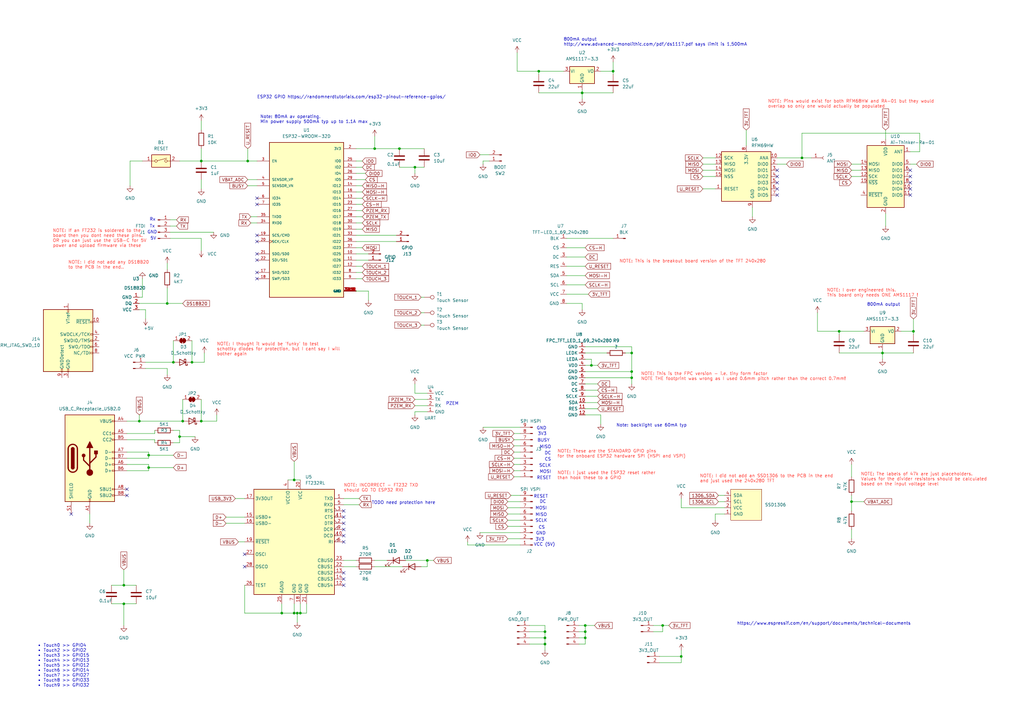
<source format=kicad_sch>
(kicad_sch (version 20250114) (generator "eeschema") (generator_version "9.0")
  (paper "A3")
  (text "RESET" (at 224.79 204.47 0) (effects (font (size 1.27 1.27)) (justify right bottom)))
  (text "NOTE: I over engineered this. \nThis board only needs ONE AMS1117 !" (at 339.09 121.92 0) (effects (font (size 1.27 1.27)) (justify left bottom)))
  (text "Note: backlight use 60mA typ" (at 252.73 175.26 0) (effects (font (size 1.27 1.27)) (justify left bottom)))
  (text "NOTE: If an FT232 is soldered to the \nboard then you dont need these pins.\nOR you can just use the USB-C for 5V \npower and upload firmware via these" (at 21.59 101.6 0) (effects (font (size 1.27 1.27)) (justify left bottom)))
  (text "Tx" (at 63.539 93.6128 0) (effects (font (size 1.27 1.27)) (justify right bottom)))
  (text "NOTE: This is the FPC version - i.e. tiny form factor\nNOTE THE footprint was wrong as I used 0.6mm pitch rather than the correct 0.7mm!" (at 262.89 156.21 0) (effects (font (size 1.27 1.27)) (justify left bottom)))
  (text "NOTE: The labels of 47k are just placeholders.\nValues for the divider resistors should be calculated \nbased on the input voltage level" (at 353.06 199.39 0) (effects (font (size 1.27 1.27)) (justify left bottom)))
  (text "NOTE: These are the STANDARD GPIO pins \nfor the onboard ESP32 hardware SPI (HSPI and VSPI)" (at 228.6 187.96 0) (effects (font (size 1.27 1.27)) (justify left bottom)))
  (text "NOTE: I did not add any DS18B20 \nto the PCB in the end.." (at 27.94 110.49 0) (effects (font (size 1.27 1.27)) (justify left bottom)))
  (text "VCC (5V)" (at 227.6902 224.1578 0) (effects (font (size 1.27 1.27)) (justify right bottom)))
  (text "Rx" (at 63.8252 90.8359 0) (effects (font (size 1.27 1.27)) (justify right bottom)))
  (text "CS" (at 226.06 189.23 0) (effects (font (size 1.27 1.27)) (justify right bottom)))
  (text "MOSI" (at 226.06 194.31 0) (effects (font (size 1.27 1.27)) (justify right bottom)))
  (text "5V" (at 64.1115 98.594 0) (effects (font (size 1.27 1.27)) (justify right bottom)))
  (text "ESP32 GPIO https://randomnerdtutorials.com/esp32-pinout-reference-gpios/" (at 105.41 40.64 0) (effects (font (size 1.27 1.27)) (justify left bottom)))
  (text "• Touch0 >> GPIO4\n• Touch2 >> GPIO2\n• Touch3 >> GPIO15\n• Touch4 >> GPIO13\n• Touch5 >> GPIO12\n• Touch6 >> GPIO14\n• Touch7 >> GPIO27\n• Touch8 >> GPIO33\n• Touch9 >> GPIO32" (at 15.24 281.94 0) (effects (font (size 1.27 1.27)) (justify left bottom)))
  (text "DC" (at 224.0229 206.5816 0) (effects (font (size 1.27 1.27)) (justify right bottom)))
  (text "MISO" (at 226.06 184.15 0) (effects (font (size 1.27 1.27)) (justify right bottom)))
  (text "800mA output \nhttp://www.advanced-monolithic.com/pdf/ds1117.pdf says limit is 1,500mA" (at 231.14 19.05 0) (effects (font (size 1.27 1.27)) (justify left bottom)))
  (text "GND" (at 224.1445 176.4528 0) (effects (font (size 1.27 1.27)) (justify right bottom)))
  (text "3V3" (at 223.278 222.0608 0) (effects (font (size 1.27 1.27)) (justify right bottom)))
  (text "TODO need protection here" (at 152.4 207.01 0) (effects (font (size 1.27 1.27)) (justify left bottom)))
  (text "MISO" (at 224.3502 211.9676 0) (effects (font (size 1.27 1.27)) (justify right bottom)))
  (text "NOTE: I thought it would be 'funky' to test \nschottky diodes for protection, but I cant say I will\nbother again" (at 88.9 146.05 0) (effects (font (size 1.27 1.27)) (justify left bottom)))
  (text "CS" (at 223.52 217.17 0) (effects (font (size 1.27 1.27)) (justify right bottom)))
  (text "RESET" (at 226.06 196.85 0) (effects (font (size 1.27 1.27)) (justify right bottom)))
  (text "GND" (at 64.455 96.0462 0) (effects (font (size 1.27 1.27)) (justify right bottom)))
  (text "NOTE: Pins would exist for both RFM68HW and RA-01 but they would \noverlap so only one would actually be populated" (at 314.96 44.45 0) (effects (font (size 1.27 1.27)) (justify left bottom)))
  (text "800mA output" (at 355.6 125.73 0) (effects (font (size 1.27 1.27)) (justify left bottom)))
  (text "SCLK" (at 226.06 191.77 0) (effects (font (size 1.27 1.27)) (justify right bottom)))
  (text "NOTE: I did not add an SSD1306 to the PCB in the end \nand just used the 240x280 TFT" (at 287.02 198.12 0) (effects (font (size 1.27 1.27)) (justify left bottom)))
  (text "NOTE: INCORRECT - FT232 TXD \nshould GO TO ESP32 RX!" (at 140.97 201.93 0) (effects (font (size 1.27 1.27)) (justify left bottom)))
  (text "NOTE: This is the breakout board version of the TFT 240x280" (at 254 107.95 0) (effects (font (size 1.27 1.27)) (justify left bottom)))
  (text "PZEM" (at 182.88 166.37 0) (effects (font (size 1.27 1.27)) (justify left bottom)))
  (text "Note: 80mA av operating.\nMin power supply 500mA typ up to 1.1A max" (at 106.68 50.8 0) (effects (font (size 1.27 1.27)) (justify left bottom)))
  (text "DC" (at 226.06 186.69 0) (effects (font (size 1.27 1.27)) (justify right bottom)))
  (text "3V3" (at 224.2303 178.7708 0) (effects (font (size 1.27 1.27)) (justify right bottom)))
  (text "https://www.espressif.com/en/support/documents/technical-documents" (at 302.26 256.54 0) (effects (font (size 1.27 1.27)) (justify left bottom)))
  (text "GND" (at 223.8689 219.5502 0) (effects (font (size 1.27 1.27)) (justify right bottom)))
  (text "NOTE: I just used the ESP32 reset rather \nthan hook these to a GPIO" (at 228.6 196.85 0) (effects (font (size 1.27 1.27)) (justify left bottom)))
  (text "SCLK" (at 224.5137 214.3433 0) (effects (font (size 1.27 1.27)) (justify right bottom)))
  (text "BUSY" (at 225.4791 181.449 0) (effects (font (size 1.27 1.27)) (justify right bottom)))
  (text "MOSI" (at 224.3502 209.248 0) (effects (font (size 1.27 1.27)) (justify right bottom)))
  (junction (at 57.15 172.72))
  (junction (at 223.52 261.62))
  (junction (at 349.25 205.74))
  (junction (at 74.93 172.72))
  (junction (at 120.65 196.85))
  (junction (at 163.83 60.96))
  (junction (at 101.6 66.04))
  (junction (at 60.96 186.69))
  (junction (at 223.52 264.16))
  (junction (at 238.76 38.1))
  (junction (at 251.46 29.21))
  (junction (at 374.65 135.89))
  (junction (at 242.57 149.86))
  (junction (at 271.78 256.54))
  (junction (at 82.55 66.04))
  (junction (at 344.17 135.89))
  (junction (at 73.66 179.07))
  (junction (at 223.52 259.08))
  (junction (at 240.03 256.54))
  (junction (at 60.96 191.77))
  (junction (at 50.8 240.03))
  (junction (at 361.95 144.78))
  (junction (at 240.03 259.08))
  (junction (at 115.57 251.46))
  (junction (at 68.58 124.46))
  (junction (at 279.4 269.24))
  (junction (at 82.55 172.72))
  (junction (at 71.12 148.59))
  (junction (at 259.08 144.78))
  (junction (at 120.65 251.46))
  (junction (at 123.19 251.46))
  (junction (at 328.93 64.77))
  (junction (at 220.98 29.21))
  (junction (at 78.74 148.59))
  (junction (at 170.18 68.58))
  (junction (at 153.67 60.96))
  (junction (at 175.26 229.87))
  (junction (at 259.08 152.4))
  (junction (at 121.92 251.46))
  (junction (at 50.8 247.65))
  (junction (at 240.03 261.62))
  (junction (at 259.08 154.94))
  (no_connect (at 29.21 210.82))
  (no_connect (at 52.07 200.66))
  (no_connect (at 52.07 203.2))
  (no_connect (at 373.38 74.93))
  (no_connect (at 373.38 72.39))
  (no_connect (at 105.41 81.28))
  (no_connect (at 318.77 74.93))
  (no_connect (at 318.77 72.39))
  (no_connect (at 318.77 69.85))
  (no_connect (at 373.38 69.85))
  (no_connect (at 100.33 227.33))
  (no_connect (at 100.33 232.41))
  (no_connect (at 373.38 77.47))
  (no_connect (at 140.97 209.55))
  (no_connect (at 140.97 212.09))
  (no_connect (at 140.97 214.63))
  (no_connect (at 140.97 217.17))
  (no_connect (at 140.97 219.71))
  (no_connect (at 140.97 222.25))
  (no_connect (at 140.97 234.95))
  (no_connect (at 140.97 237.49))
  (no_connect (at 140.97 240.03))
  (no_connect (at 105.41 83.82))
  (no_connect (at 105.41 114.3))
  (no_connect (at 105.41 96.52))
  (no_connect (at 105.41 99.06))
  (no_connect (at 105.41 104.14))
  (no_connect (at 105.41 106.68))
  (no_connect (at 105.41 111.76))
  (no_connect (at 373.38 80.01))
  (no_connect (at 318.77 80.01))
  (no_connect (at 318.77 77.47))
  (wire (pts (xy 57.15 127) (xy 59.69 127)))
  (wire (pts (xy 240.03 165.1) (xy 245.11 165.1)))
  (wire (pts (xy 271.78 256.54) (xy 274.32 256.54)))
  (wire (pts (xy 220.98 38.1) (xy 238.76 38.1)))
  (wire (pts (xy 45.72 247.65) (xy 50.8 247.65)))
  (wire (pts (xy 88.9 172.72) (xy 88.9 170.18)))
  (wire (pts (xy 306.07 53.34) (xy 306.07 59.69)))
  (wire (pts (xy 172.72 121.92) (xy 173.99 121.92)))
  (wire (pts (xy 146.05 76.2) (xy 148.59 76.2)))
  (wire (pts (xy 328.93 54.61) (xy 328.93 64.77)))
  (wire (pts (xy 172.72 133.35) (xy 173.99 133.35)))
  (wire (pts (xy 267.97 259.08) (xy 271.78 259.08)))
  (wire (pts (xy 53.34 66.04) (xy 53.34 76.2)))
  (wire (pts (xy 223.52 259.08) (xy 223.52 261.62)))
  (wire (pts (xy 146.05 119.38) (xy 151.13 119.38)))
  (wire (pts (xy 198.12 175.26) (xy 213.36 175.26)))
  (wire (pts (xy 373.38 62.23) (xy 377.19 62.23)))
  (wire (pts (xy 73.66 181.61) (xy 73.66 179.07)))
  (wire (pts (xy 349.25 190.5) (xy 349.25 195.58)))
  (wire (pts (xy 50.8 247.65) (xy 50.8 256.54)))
  (wire (pts (xy 318.77 64.77) (xy 328.93 64.77)))
  (wire (pts (xy 153.67 229.87) (xy 158.75 229.87)))
  (wire (pts (xy 82.55 60.96) (xy 82.55 66.04)))
  (wire (pts (xy 68.58 124.46) (xy 74.93 124.46)))
  (wire (pts (xy 210.82 182.88) (xy 213.36 182.88)))
  (wire (pts (xy 166.37 229.87) (xy 175.26 229.87)))
  (wire (pts (xy 125.73 251.46) (xy 123.19 251.46)))
  (wire (pts (xy 217.17 259.08) (xy 223.52 259.08)))
  (wire (pts (xy 208.28 210.82) (xy 213.36 210.82)))
  (wire (pts (xy 374.65 135.89) (xy 374.65 137.16)))
  (wire (pts (xy 97.79 222.25) (xy 100.33 222.25)))
  (wire (pts (xy 101.6 60.96) (xy 101.6 66.04)))
  (wire (pts (xy 349.25 67.31) (xy 353.06 67.31)))
  (wire (pts (xy 232.41 109.22) (xy 240.03 109.22)))
  (wire (pts (xy 170.18 163.83) (xy 175.26 163.83)))
  (wire (pts (xy 217.17 261.62) (xy 223.52 261.62)))
  (wire (pts (xy 146.05 83.82) (xy 148.59 83.82)))
  (wire (pts (xy 121.92 255.27) (xy 121.92 251.46)))
  (wire (pts (xy 73.66 176.53) (xy 73.66 179.07)))
  (wire (pts (xy 232.41 101.6) (xy 240.03 101.6)))
  (wire (pts (xy 146.05 93.98) (xy 148.59 93.98)))
  (wire (pts (xy 238.76 124.46) (xy 238.76 127)))
  (wire (pts (xy 349.25 72.39) (xy 353.06 72.39)))
  (wire (pts (xy 74.93 163.83) (xy 74.93 172.72)))
  (wire (pts (xy 140.97 207.01) (xy 147.32 207.01)))
  (wire (pts (xy 220.98 29.21) (xy 212.09 29.21)))
  (wire (pts (xy 87.63 95.25) (xy 69.85 95.25)))
  (wire (pts (xy 170.18 68.58) (xy 173.99 68.58)))
  (wire (pts (xy 120.65 196.85) (xy 120.65 189.23)))
  (wire (pts (xy 279.4 204.47) (xy 279.4 208.28)))
  (wire (pts (xy 50.8 247.65) (xy 55.88 247.65)))
  (wire (pts (xy 78.74 139.7) (xy 78.74 148.59)))
  (wire (pts (xy 60.96 193.04) (xy 52.07 193.04)))
  (wire (pts (xy 100.33 240.03) (xy 100.33 251.46)))
  (wire (pts (xy 361.95 143.51) (xy 361.95 144.78)))
  (wire (pts (xy 349.25 205.74) (xy 354.33 205.74)))
  (wire (pts (xy 240.03 142.24) (xy 259.08 142.24)))
  (wire (pts (xy 374.65 130.81) (xy 374.65 135.89)))
  (wire (pts (xy 123.19 247.65) (xy 123.19 251.46)))
  (wire (pts (xy 82.55 163.83) (xy 82.55 172.72)))
  (wire (pts (xy 210.82 190.5) (xy 213.36 190.5)))
  (wire (pts (xy 57.15 170.18) (xy 57.15 172.72)))
  (wire (pts (xy 71.12 176.53) (xy 73.66 176.53)))
  (wire (pts (xy 217.17 264.16) (xy 223.52 264.16)))
  (wire (pts (xy 146.05 86.36) (xy 148.59 86.36)))
  (wire (pts (xy 146.05 99.06) (xy 162.56 99.06)))
  (wire (pts (xy 146.05 60.96) (xy 153.67 60.96)))
  (wire (pts (xy 349.25 205.74) (xy 349.25 209.55)))
  (wire (pts (xy 96.52 204.47) (xy 100.33 204.47)))
  (wire (pts (xy 349.25 217.17) (xy 349.25 220.98)))
  (wire (pts (xy 344.17 144.78) (xy 361.95 144.78)))
  (wire (pts (xy 146.05 111.76) (xy 148.59 111.76)))
  (wire (pts (xy 240.03 147.32) (xy 242.57 147.32)))
  (wire (pts (xy 344.17 135.89) (xy 335.28 135.89)))
  (wire (pts (xy 196.85 63.5) (xy 200.66 63.5)))
  (wire (pts (xy 83.82 148.59) (xy 83.82 144.78)))
  (wire (pts (xy 68.58 124.46) (xy 57.15 124.46)))
  (wire (pts (xy 293.37 210.82) (xy 293.37 213.36)))
  (wire (pts (xy 36.83 210.82) (xy 36.83 214.63)))
  (wire (pts (xy 153.67 55.88) (xy 153.67 60.96)))
  (wire (pts (xy 210.82 193.04) (xy 213.36 193.04)))
  (wire (pts (xy 354.33 135.89) (xy 344.17 135.89)))
  (wire (pts (xy 240.03 261.62) (xy 240.03 259.08)))
  (wire (pts (xy 270.51 269.24) (xy 279.4 269.24)))
  (wire (pts (xy 240.03 157.48) (xy 245.11 157.48)))
  (wire (pts (xy 251.46 29.21) (xy 251.46 25.4)))
  (wire (pts (xy 101.6 76.2) (xy 105.41 76.2)))
  (wire (pts (xy 105.41 66.04) (xy 101.6 66.04)))
  (wire (pts (xy 60.96 185.42) (xy 60.96 186.69)))
  (wire (pts (xy 151.13 119.38) (xy 151.13 123.19)))
  (wire (pts (xy 297.18 210.82) (xy 293.37 210.82)))
  (wire (pts (xy 52.07 190.5) (xy 60.96 190.5)))
  (wire (pts (xy 232.41 120.65) (xy 241.3 120.65)))
  (wire (pts (xy 140.97 232.41) (xy 146.05 232.41)))
  (wire (pts (xy 220.98 29.21) (xy 220.98 30.48)))
  (wire (pts (xy 361.95 144.78) (xy 361.95 147.32)))
  (wire (pts (xy 237.49 264.16) (xy 240.03 264.16)))
  (wire (pts (xy 242.57 147.32) (xy 242.57 149.86)))
  (wire (pts (xy 259.08 152.4) (xy 259.08 154.94)))
  (wire (pts (xy 118.11 196.85) (xy 120.65 196.85)))
  (wire (pts (xy 232.41 116.84) (xy 240.03 116.84)))
  (wire (pts (xy 210.82 180.34) (xy 213.36 180.34)))
  (wire (pts (xy 102.87 88.9) (xy 105.41 88.9)))
  (wire (pts (xy 146.05 91.44) (xy 148.59 91.44)))
  (wire (pts (xy 246.38 29.21) (xy 251.46 29.21)))
  (wire (pts (xy 288.29 64.77) (xy 293.37 64.77)))
  (wire (pts (xy 146.05 104.14) (xy 151.13 104.14)))
  (wire (pts (xy 146.05 101.6) (xy 148.59 101.6)))
  (wire (pts (xy 232.41 124.46) (xy 238.76 124.46)))
  (wire (pts (xy 69.85 90.17) (xy 72.39 90.17)))
  (wire (pts (xy 146.05 109.22) (xy 148.59 109.22)))
  (wire (pts (xy 82.55 73.66) (xy 82.55 77.47)))
  (wire (pts (xy 50.8 240.03) (xy 55.88 240.03)))
  (wire (pts (xy 73.66 66.04) (xy 82.55 66.04)))
  (wire (pts (xy 237.49 256.54) (xy 240.03 256.54)))
  (wire (pts (xy 59.69 148.59) (xy 71.12 148.59)))
  (wire (pts (xy 146.05 106.68) (xy 151.13 106.68)))
  (wire (pts (xy 58.42 121.92) (xy 58.42 114.3)))
  (wire (pts (xy 163.83 60.96) (xy 173.99 60.96)))
  (wire (pts (xy 208.28 215.9) (xy 213.36 215.9)))
  (wire (pts (xy 208.28 208.28) (xy 213.36 208.28)))
  (wire (pts (xy 240.03 264.16) (xy 240.03 261.62)))
  (wire (pts (xy 153.67 232.41) (xy 165.1 232.41)))
  (wire (pts (xy 297.18 208.28) (xy 279.4 208.28)))
  (wire (pts (xy 288.29 69.85) (xy 293.37 69.85)))
  (wire (pts (xy 115.57 251.46) (xy 115.57 247.65)))
  (wire (pts (xy 267.97 256.54) (xy 271.78 256.54)))
  (wire (pts (xy 101.6 66.04) (xy 82.55 66.04)))
  (wire (pts (xy 68.58 151.13) (xy 68.58 153.67)))
  (wire (pts (xy 198.12 66.04) (xy 198.12 67.31)))
  (wire (pts (xy 294.64 205.74) (xy 297.18 205.74)))
  (wire (pts (xy 270.51 271.78) (xy 279.4 271.78)))
  (wire (pts (xy 52.07 185.42) (xy 60.96 185.42)))
  (wire (pts (xy 237.49 259.08) (xy 240.03 259.08)))
  (wire (pts (xy 209.55 203.2) (xy 213.36 203.2)))
  (wire (pts (xy 57.15 121.92) (xy 58.42 121.92)))
  (wire (pts (xy 240.03 160.02) (xy 245.11 160.02)))
  (wire (pts (xy 52.07 180.34) (xy 63.5 180.34)))
  (wire (pts (xy 210.82 177.8) (xy 213.36 177.8)))
  (wire (pts (xy 58.42 66.04) (xy 53.34 66.04)))
  (wire (pts (xy 71.12 181.61) (xy 73.66 181.61)))
  (wire (pts (xy 170.18 157.48) (xy 170.18 161.29)))
  (wire (pts (xy 57.15 172.72) (xy 74.93 172.72)))
  (wire (pts (xy 82.55 49.53) (xy 82.55 53.34)))
  (wire (pts (xy 71.12 139.7) (xy 71.12 148.59)))
  (wire (pts (xy 196.85 218.44) (xy 213.36 218.44)))
  (wire (pts (xy 146.05 73.66) (xy 149.86 73.66)))
  (wire (pts (xy 175.26 229.87) (xy 177.8 229.87)))
  (wire (pts (xy 69.85 92.71) (xy 72.39 92.71)))
  (wire (pts (xy 120.65 196.85) (xy 123.19 196.85)))
  (wire (pts (xy 259.08 144.78) (xy 259.08 152.4)))
  (wire (pts (xy 163.83 68.58) (xy 170.18 68.58)))
  (wire (pts (xy 212.09 21.59) (xy 212.09 29.21)))
  (wire (pts (xy 318.77 67.31) (xy 322.58 67.31)))
  (wire (pts (xy 68.58 118.11) (xy 68.58 124.46)))
  (wire (pts (xy 92.71 214.63) (xy 100.33 214.63)))
  (wire (pts (xy 52.07 177.8) (xy 63.5 177.8)))
  (wire (pts (xy 146.05 78.74) (xy 148.59 78.74)))
  (wire (pts (xy 60.96 186.69) (xy 71.12 186.69)))
  (wire (pts (xy 369.57 135.89) (xy 374.65 135.89)))
  (wire (pts (xy 240.03 154.94) (xy 259.08 154.94)))
  (wire (pts (xy 279.4 269.24) (xy 279.4 266.7)))
  (wire (pts (xy 50.8 240.03) (xy 45.72 240.03)))
  (wire (pts (xy 240.03 259.08) (xy 240.03 256.54)))
  (wire (pts (xy 101.6 73.66) (xy 105.41 73.66)))
  (wire (pts (xy 240.03 256.54) (xy 243.84 256.54)))
  (wire (pts (xy 259.08 154.94) (xy 259.08 157.48)))
  (wire (pts (xy 60.96 191.77) (xy 71.12 191.77)))
  (wire (pts (xy 251.46 29.21) (xy 251.46 30.48)))
  (wire (pts (xy 60.96 187.96) (xy 52.07 187.96)))
  (wire (pts (xy 349.25 69.85) (xy 353.06 69.85)))
  (wire (pts (xy 175.26 232.41) (xy 175.26 229.87)))
  (wire (pts (xy 240.03 152.4) (xy 259.08 152.4)))
  (wire (pts (xy 328.93 64.77) (xy 332.74 64.77)))
  (wire (pts (xy 210.82 187.96) (xy 213.36 187.96)))
  (wire (pts (xy 363.22 87.63) (xy 363.22 92.71)))
  (wire (pts (xy 240.03 170.18) (xy 246.38 170.18)))
  (wire (pts (xy 238.76 38.1) (xy 251.46 38.1)))
  (wire (pts (xy 344.17 135.89) (xy 344.17 137.16)))
  (wire (pts (xy 146.05 96.52) (xy 162.56 96.52)))
  (wire (pts (xy 208.28 220.98) (xy 213.36 220.98)))
  (wire (pts (xy 68.58 107.95) (xy 68.58 110.49)))
  (wire (pts (xy 146.05 81.28) (xy 148.59 81.28)))
  (wire (pts (xy 175.26 161.29) (xy 170.18 161.29)))
  (wire (pts (xy 349.25 203.2) (xy 349.25 205.74)))
  (wire (pts (xy 231.14 29.21) (xy 220.98 29.21)))
  (wire (pts (xy 146.05 88.9) (xy 148.59 88.9)))
  (wire (pts (xy 78.74 148.59) (xy 83.82 148.59)))
  (wire (pts (xy 140.97 229.87) (xy 146.05 229.87)))
  (wire (pts (xy 60.96 191.77) (xy 60.96 193.04)))
  (wire (pts (xy 50.8 233.68) (xy 50.8 240.03)))
  (wire (pts (xy 59.69 127) (xy 59.69 130.81)))
  (wire (pts (xy 172.72 232.41) (xy 175.26 232.41)))
  (wire (pts (xy 172.72 128.27) (xy 173.99 128.27)))
  (wire (pts (xy 288.29 67.31) (xy 293.37 67.31)))
  (wire (pts (xy 100.33 251.46) (xy 115.57 251.46)))
  (wire (pts (xy 361.95 144.78) (xy 374.65 144.78)))
  (wire (pts (xy 123.19 251.46) (xy 121.92 251.46)))
  (wire (pts (xy 120.65 251.46) (xy 115.57 251.46)))
  (wire (pts (xy 82.55 172.72) (xy 88.9 172.72)))
  (wire (pts (xy 288.29 77.47) (xy 293.37 77.47)))
  (wire (pts (xy 63.5 177.8) (xy 63.5 176.53)))
  (wire (pts (xy 335.28 128.27) (xy 335.28 135.89)))
  (wire (pts (xy 153.67 60.96) (xy 163.83 60.96)))
  (wire (pts (xy 146.05 68.58) (xy 148.59 68.58)))
  (wire (pts (xy 240.03 162.56) (xy 245.11 162.56)))
  (wire (pts (xy 308.61 85.09) (xy 308.61 88.9)))
  (wire (pts (xy 60.96 190.5) (xy 60.96 191.77)))
  (wire (pts (xy 63.5 180.34) (xy 63.5 181.61)))
  (wire (pts (xy 92.71 212.09) (xy 100.33 212.09)))
  (wire (pts (xy 288.29 72.39) (xy 293.37 72.39)))
  (wire (pts (xy 208.28 213.36) (xy 213.36 213.36)))
  (wire (pts (xy 170.18 168.91) (xy 170.18 170.18)))
  (wire (pts (xy 73.66 179.07) (xy 80.01 179.07)))
  (wire (pts (xy 240.03 167.64) (xy 245.11 167.64)))
  (wire (pts (xy 223.52 256.54) (xy 223.52 259.08)))
  (wire (pts (xy 238.76 36.83) (xy 238.76 38.1)))
  (wire (pts (xy 191.77 223.52) (xy 191.77 222.25)))
  (wire (pts (xy 200.66 66.04) (xy 198.12 66.04)))
  (wire (pts (xy 210.82 185.42) (xy 213.36 185.42)))
  (wire (pts (xy 256.54 144.78) (xy 259.08 144.78)))
  (wire (pts (xy 59.69 151.13) (xy 68.58 151.13)))
  (wire (pts (xy 232.41 97.79) (xy 251.46 97.79)))
  (wire (pts (xy 52.07 172.72) (xy 57.15 172.72)))
  (wire (pts (xy 377.19 54.61) (xy 328.93 54.61)))
  (wire (pts (xy 125.73 247.65) (xy 125.73 251.46)))
  (wire (pts (xy 240.03 149.86) (xy 242.57 149.86)))
  (wire (pts (xy 240.03 144.78) (xy 248.92 144.78)))
  (wire (pts (xy 246.38 170.18) (xy 246.38 173.99)))
  (wire (pts (xy 82.55 97.79) (xy 69.85 97.79)))
  (wire (pts (xy 140.97 204.47) (xy 147.32 204.47)))
  (wire (pts (xy 242.57 149.86) (xy 245.11 149.86)))
  (wire (pts (xy 377.19 62.23) (xy 377.19 54.61)))
  (wire (pts (xy 146.05 114.3) (xy 148.59 114.3)))
  (wire (pts (xy 175.26 168.91) (xy 170.18 168.91)))
  (wire (pts (xy 294.64 203.2) (xy 297.18 203.2)))
  (wire (pts (xy 121.92 251.46) (xy 120.65 251.46)))
  (wire (pts (xy 146.05 66.04) (xy 148.59 66.04)))
  (wire (pts (xy 232.41 113.03) (xy 240.03 113.03)))
  (wire (pts (xy 213.36 223.52) (xy 191.77 223.52)))
  (wire (pts (xy 208.28 205.74) (xy 213.36 205.74)))
  (wire (pts (xy 373.38 67.31) (xy 375.92 67.31)))
  (wire (pts (xy 170.18 166.37) (xy 175.26 166.37)))
  (wire (pts (xy 146.05 71.12) (xy 149.86 71.12)))
  (wire (pts (xy 210.82 195.58) (xy 213.36 195.58)))
  (wire (pts (xy 223.52 264.16) (xy 223.52 266.7)))
  (wire (pts (xy 271.78 259.08) (xy 271.78 256.54)))
  (wire (pts (xy 259.08 142.24) (xy 259.08 144.78)))
  (wire (pts (xy 217.17 256.54) (xy 223.52 256.54)))
  (wire (pts (xy 279.4 271.78) (xy 279.4 269.24)))
  (wire (pts (xy 232.41 105.41) (xy 240.03 105.41)))
  (wire (pts (xy 223.52 261.62) (xy 223.52 264.16)))
  (wire (pts (xy 120.65 247.65) (xy 120.65 251.46)))
  (wire (pts (xy 363.22 53.34) (xy 363.22 57.15)))
  (wire (pts (xy 170.18 68.58) (xy 170.18 71.12)))
  (wire (pts (xy 237.49 261.62) (xy 240.03 261.62)))
  (wire (pts (xy 82.55 97.79) (xy 82.55 102.87)))
  (wire (pts (xy 60.96 186.69) (xy 60.96 187.96)))
  (wire (pts (xy 238.76 38.1) (xy 238.76 40.64)))
  (wire (pts (xy 102.87 91.44) (xy 105.41 91.44)))
  (global_label "CS-H" (shape input) (at 240.03 101.6 0) (property "Intersheetrefs" "${INTERSHEET_REFS}" (effects (hide yes))))
  (global_label "DC" (shape input) (at 210.82 185.42 180) (property "Intersheetrefs" "${INTERSHEET_REFS}" (effects (hide yes))))
  (global_label "U_RESET" (shape input) (at 209.55 203.2 180) (property "Intersheetrefs" "${INTERSHEET_REFS}" (effects (hide yes))))
  (global_label "1306_SCL" (shape input) (at 294.64 205.74 180) (property "Intersheetrefs" "${INTERSHEET_REFS}" (effects (hide yes))))
  (global_label "DS18B20" (shape input) (at 74.93 124.46 0) (property "Intersheetrefs" "${INTERSHEET_REFS}" (effects (hide yes))))
  (global_label "TOUCH_1" (shape input) (at 148.59 109.22 0) (property "Intersheetrefs" "${INTERSHEET_REFS}" (effects (hide yes))))
  (global_label "CS" (shape input) (at 149.86 73.66 0) (property "Intersheetrefs" "${INTERSHEET_REFS}" (effects (hide yes))))
  (global_label "U_RESET" (shape input) (at 288.29 77.47 180) (property "Intersheetrefs" "${INTERSHEET_REFS}" (effects (hide yes))))
  (global_label "VBUS" (shape input) (at 97.79 222.25 180) (property "Intersheetrefs" "${INTERSHEET_REFS}" (effects (hide yes))))
  (global_label "TX" (shape input) (at 147.32 204.47 0) (property "Intersheetrefs" "${INTERSHEET_REFS}" (effects (hide yes))))
  (global_label "VBUS" (shape input) (at 177.8 229.87 0) (property "Intersheetrefs" "${INTERSHEET_REFS}" (effects (hide yes))))
  (global_label "PZEM_TX" (shape input) (at 170.18 163.83 180) (property "Intersheetrefs" "${INTERSHEET_REFS}" (effects (hide yes))))
  (global_label "RX" (shape input) (at 72.39 90.17 0) (property "Intersheetrefs" "${INTERSHEET_REFS}" (effects (hide yes))))
  (global_label "DC" (shape input) (at 240.03 105.41 0) (property "Intersheetrefs" "${INTERSHEET_REFS}" (effects (hide yes))))
  (global_label "SCLK-H" (shape input) (at 245.11 162.56 0) (property "Intersheetrefs" "${INTERSHEET_REFS}" (effects (hide yes))))
  (global_label "BUSY" (shape input) (at 101.6 76.2 180) (property "Intersheetrefs" "${INTERSHEET_REFS}" (effects (hide yes))))
  (global_label "3V_TFT" (shape input) (at 363.22 53.34 90) (property "Intersheetrefs" "${INTERSHEET_REFS}" (effects (hide yes))))
  (global_label "MOSI-H" (shape input) (at 240.03 113.03 0) (property "Intersheetrefs" "${INTERSHEET_REFS}" (effects (hide yes))))
  (global_label "DC" (shape input) (at 245.11 157.48 0) (property "Intersheetrefs" "${INTERSHEET_REFS}" (effects (hide yes))))
  (global_label "VBAT_ADC" (shape input) (at 354.33 205.74 0) (property "Intersheetrefs" "${INTERSHEET_REFS}" (effects (hide yes))))
  (global_label "SCLK-H" (shape input) (at 240.03 116.84 0) (property "Intersheetrefs" "${INTERSHEET_REFS}" (effects (hide yes))))
  (global_label "D+" (shape input) (at 71.12 191.77 0) (property "Intersheetrefs" "${INTERSHEET_REFS}" (effects (hide yes))))
  (global_label "RX" (shape input) (at 102.87 91.44 180) (property "Intersheetrefs" "${INTERSHEET_REFS}" (effects (hide yes))))
  (global_label "VBUS" (shape input) (at 243.84 256.54 0) (property "Intersheetrefs" "${INTERSHEET_REFS}" (effects (hide yes))))
  (global_label "BUSY" (shape input) (at 210.82 180.34 180) (property "Intersheetrefs" "${INTERSHEET_REFS}" (effects (hide yes))))
  (global_label "3V_TFT" (shape input) (at 274.32 256.54 0) (property "Intersheetrefs" "${INTERSHEET_REFS}" (effects (hide yes))))
  (global_label "3V_TFT" (shape input) (at 241.3 120.65 0) (property "Intersheetrefs" "${INTERSHEET_REFS}" (effects (hide yes))))
  (global_label "3V_TFT" (shape input) (at 306.07 53.34 90) (property "Intersheetrefs" "${INTERSHEET_REFS}" (effects (hide yes))))
  (global_label "TX" (shape input) (at 102.87 88.9 180) (property "Intersheetrefs" "${INTERSHEET_REFS}" (effects (hide yes))))
  (global_label "MOSI-H" (shape input) (at 210.82 193.04 180) (property "Intersheetrefs" "${INTERSHEET_REFS}" (effects (hide yes))))
  (global_label "MISO" (shape input) (at 349.25 69.85 180) (property "Intersheetrefs" "${INTERSHEET_REFS}" (effects (hide yes))))
  (global_label "MOSI" (shape input) (at 208.28 208.28 180) (property "Intersheetrefs" "${INTERSHEET_REFS}" (effects (hide yes))))
  (global_label "SCLK" (shape input) (at 208.28 213.36 180) (property "Intersheetrefs" "${INTERSHEET_REFS}" (effects (hide yes))))
  (global_label "USB_3V3" (shape input) (at 96.52 204.47 180) (property "Intersheetrefs" "${INTERSHEET_REFS}" (effects (hide yes))))
  (global_label "IO0" (shape input) (at 196.85 63.5 180) (property "Intersheetrefs" "${INTERSHEET_REFS}" (effects (hide yes))))
  (global_label "VBAT_ADC" (shape input) (at 101.6 73.66 180) (property "Intersheetrefs" "${INTERSHEET_REFS}" (effects (hide yes))))
  (global_label "U_RESET" (shape input) (at 245.11 167.64 0) (property "Intersheetrefs" "${INTERSHEET_REFS}" (effects (hide yes))))
  (global_label "TOUCH_1" (shape input) (at 172.72 121.92 180) (property "Intersheetrefs" "${INTERSHEET_REFS}" (effects (hide yes))))
  (global_label "VBUS" (shape input) (at 57.15 170.18 90) (property "Intersheetrefs" "${INTERSHEET_REFS}" (effects (hide yes))))
  (global_label "DIO0" (shape input) (at 149.86 71.12 0) (property "Intersheetrefs" "${INTERSHEET_REFS}" (effects (hide yes))))
  (global_label "1306_SDA" (shape input) (at 294.64 203.2 180) (property "Intersheetrefs" "${INTERSHEET_REFS}" (effects (hide yes))))
  (global_label "TOUCH_2" (shape input) (at 148.59 111.76 0) (property "Intersheetrefs" "${INTERSHEET_REFS}" (effects (hide yes))))
  (global_label "TX" (shape input) (at 72.39 92.71 0) (property "Intersheetrefs" "${INTERSHEET_REFS}" (effects (hide yes))))
  (global_label "U_RESET" (shape input) (at 101.6 60.96 90) (property "Intersheetrefs" "${INTERSHEET_REFS}" (effects (hide yes))))
  (global_label "SCLK" (shape input) (at 349.25 72.39 180) (property "Intersheetrefs" "${INTERSHEET_REFS}" (effects (hide yes))))
  (global_label "TOUCH_3" (shape input) (at 172.72 133.35 180) (property "Intersheetrefs" "${INTERSHEET_REFS}" (effects (hide yes))))
  (global_label "IO0" (shape input) (at 148.59 66.04 0) (property "Intersheetrefs" "${INTERSHEET_REFS}" (effects (hide yes))))
  (global_label "MOSI-H" (shape input) (at 148.59 78.74 0) (property "Intersheetrefs" "${INTERSHEET_REFS}" (effects (hide yes))))
  (global_label "TOUCH_2" (shape input) (at 172.72 128.27 180) (property "Intersheetrefs" "${INTERSHEET_REFS}" (effects (hide yes))))
  (global_label "3V_TFT" (shape input) (at 245.11 149.86 0) (property "Intersheetrefs" "${INTERSHEET_REFS}" (effects (hide yes))))
  (global_label "D-" (shape input) (at 71.12 186.69 0) (property "Intersheetrefs" "${INTERSHEET_REFS}" (effects (hide yes))))
  (global_label "D-" (shape input) (at 92.71 214.63 180) (property "Intersheetrefs" "${INTERSHEET_REFS}" (effects (hide yes))))
  (global_label "VBUS" (shape input) (at 120.65 189.23 90) (property "Intersheetrefs" "${INTERSHEET_REFS}" (effects (hide yes))))
  (global_label "PZEM_RX" (shape input) (at 148.59 86.36 0) (property "Intersheetrefs" "${INTERSHEET_REFS}" (effects (hide yes))))
  (global_label "DIO0" (shape input) (at 375.92 67.31 0) (property "Intersheetrefs" "${INTERSHEET_REFS}" (effects (hide yes))))
  (global_label "MOSI" (shape input) (at 288.29 69.85 180) (property "Intersheetrefs" "${INTERSHEET_REFS}" (effects (hide yes))))
  (global_label "MOSI" (shape input) (at 148.59 101.6 0) (property "Intersheetrefs" "${INTERSHEET_REFS}" (effects (hide yes))))
  (global_label "MISO-H" (shape input) (at 148.59 76.2 0) (property "Intersheetrefs" "${INTERSHEET_REFS}" (effects (hide yes))))
  (global_label "3V_TFT" (shape input) (at 374.65 130.81 90) (property "Intersheetrefs" "${INTERSHEET_REFS}" (effects (hide yes))))
  (global_label "MOSI-H" (shape input) (at 245.11 165.1 0) (property "Intersheetrefs" "${INTERSHEET_REFS}" (effects (hide yes))))
  (global_label "U_RESET" (shape input) (at 240.03 109.22 0) (property "Intersheetrefs" "${INTERSHEET_REFS}" (effects (hide yes))))
  (global_label "MISO-H" (shape input) (at 210.82 182.88 180) (property "Intersheetrefs" "${INTERSHEET_REFS}" (effects (hide yes))))
  (global_label "D+" (shape input) (at 92.71 212.09 180) (property "Intersheetrefs" "${INTERSHEET_REFS}" (effects (hide yes))))
  (global_label "PZEM_RX" (shape input) (at 170.18 166.37 180) (property "Intersheetrefs" "${INTERSHEET_REFS}" (effects (hide yes))))
  (global_label "VBUS" (shape input) (at 50.8 233.68 90) (property "Intersheetrefs" "${INTERSHEET_REFS}" (effects (hide yes))))
  (global_label "SCLK" (shape input) (at 148.59 91.44 0) (property "Intersheetrefs" "${INTERSHEET_REFS}" (effects (hide yes))))
  (global_label "3V_TFT" (shape input) (at 208.28 220.98 180) (property "Intersheetrefs" "${INTERSHEET_REFS}" (effects (hide yes))))
  (global_label "CS" (shape input) (at 208.28 215.9 180) (property "Intersheetrefs" "${INTERSHEET_REFS}" (effects (hide yes))))
  (global_label "DC" (shape input) (at 148.59 68.58 0) (property "Intersheetrefs" "${INTERSHEET_REFS}" (effects (hide yes))))
  (global_label "CS-H" (shape input) (at 148.59 83.82 0) (property "Intersheetrefs" "${INTERSHEET_REFS}" (effects (hide yes))))
  (global_label "SCLK-H" (shape input) (at 210.82 190.5 180) (property "Intersheetrefs" "${INTERSHEET_REFS}" (effects (hide yes))))
  (global_label "3V_TFT" (shape input) (at 210.82 177.8 180) (property "Intersheetrefs" "${INTERSHEET_REFS}" (effects (hide yes))))
  (global_label "PZEM_TX" (shape input) (at 148.59 88.9 0) (property "Intersheetrefs" "${INTERSHEET_REFS}" (effects (hide yes))))
  (global_label "CS-H" (shape input) (at 210.82 187.96 180) (property "Intersheetrefs" "${INTERSHEET_REFS}" (effects (hide yes))))
  (global_label "TOUCH_3" (shape input) (at 148.59 114.3 0) (property "Intersheetrefs" "${INTERSHEET_REFS}" (effects (hide yes))))
  (global_label "MOSI" (shape input) (at 349.25 67.31 180) (property "Intersheetrefs" "${INTERSHEET_REFS}" (effects (hide yes))))
  (global_label "MISO" (shape input) (at 208.28 210.82 180) (property "Intersheetrefs" "${INTERSHEET_REFS}" (effects (hide yes))))
  (global_label "CS-H" (shape input) (at 245.11 160.02 0) (property "Intersheetrefs" "${INTERSHEET_REFS}" (effects (hide yes))))
  (global_label "DIO0" (shape input) (at 322.58 67.31 0) (property "Intersheetrefs" "${INTERSHEET_REFS}" (effects (hide yes))))
  (global_label "RX" (shape input) (at 147.32 207.01 0) (property "Intersheetrefs" "${INTERSHEET_REFS}" (effects (hide yes))))
  (global_label "CS" (shape input) (at 288.29 72.39 180) (property "Intersheetrefs" "${INTERSHEET_REFS}" (effects (hide yes))))
  (global_label "DIO0" (shape input) (at 208.28 205.74 180) (property "Intersheetrefs" "${INTERSHEET_REFS}" (effects (hide yes))))
  (global_label "CS" (shape input) (at 349.25 74.93 180) (property "Intersheetrefs" "${INTERSHEET_REFS}" (effects (hide yes))))
  (global_label "MISO" (shape input) (at 288.29 67.31 180) (property "Intersheetrefs" "${INTERSHEET_REFS}" (effects (hide yes))))
  (global_label "SCLK" (shape input) (at 288.29 64.77 180) (property "Intersheetrefs" "${INTERSHEET_REFS}" (effects (hide yes))))
  (global_label "U_RESET" (shape input) (at 210.82 195.58 180) (property "Intersheetrefs" "${INTERSHEET_REFS}" (effects (hide yes))))
  (global_label "SCLK-H" (shape input) (at 148.59 81.28 0) (property "Intersheetrefs" "${INTERSHEET_REFS}" (effects (hide yes))))
  (global_label "MISO" (shape input) (at 148.59 93.98 0) (property "Intersheetrefs" "${INTERSHEET_REFS}" (effects (hide yes))))
  (symbol (lib_id "power:GND") (at 363.22 92.71 0) (unit 1)
    (property "Reference" "#PWR035" (effects (hide yes)))
    (property "Value" "GND" (at 363.22 97.79 0))
  )
  (symbol (lib_id "Device:R") (at 82.55 57.15 0) (unit 1)
    (property "Reference" "R1" (at 85.09 55.8799 0) (effects (justify left)))
    (property "Value" "10K" (at 85.09 58.4199 0) (effects (justify left)))
    (property "Footprint" "Resistor_SMD:R_1206_3216Metric_Pad1.30x1.75mm_HandSolder" (effects (hide yes)))
  )
  (symbol (lib_id "power:GND") (at 121.92 255.27 0) (unit 1)
    (property "Reference" "#PWR020" (effects (hide yes)))
    (property "Value" "GND" (at 121.92 260.35 0))
  )
  (symbol (lib_id "RF_Module:RFM69HW") (at 306.07 72.39 0) (unit 1)
    (property "Reference" "U6" (at 308.0894 57.15 0) (effects (justify left)))
    (property "Value" "RFM69HW" (at 308.0894 59.69 0) (effects (justify left)))
    (property "Footprint" "RF_Module:HOPERF_RFM69HW" (effects (hide yes)))
    (property "Datasheet" "https://www.hoperf.com/data/upload/portal/20181127/5bfcbb56f1fd7.pdf" (effects (hide yes)))
  )
  (symbol (lib_id "Interface_USB:FT232RL") (at 120.65 222.25 0) (unit 1)
    (property "Reference" "U5" (at 125.2094 195.58 0) (effects (justify left)))
    (property "Value" "FT232RL" (at 125.2094 198.12 0) (effects (justify left)))
    (property "Footprint" "Package_SO:SSOP-28_5.3x10.2mm_P0.65mm" (effects (hide yes)))
    (property "Datasheet" "https://www.ftdichip.com/Support/Documents/DataSheets/ICs/DS_FT232R.pdf" (effects (hide yes)))
  )
  (symbol (lib_id "power:GND") (at 170.18 170.18 0) (unit 1)
    (property "Reference" "#PWR019" (effects (hide yes)))
    (property "Value" "GND" (at 170.18 175.26 0))
  )
  (symbol (lib_id "power:VCC") (at 68.58 107.95 0) (unit 1)
    (property "Reference" "#PWR08" (effects (hide yes)))
    (property "Value" "VCC" (at 68.58 102.87 0))
  )
  (symbol (lib_id "power:+5V") (at 59.69 130.81 180) (unit 1)
    (property "Reference" "#PWR014" (effects (hide yes)))
    (property "Value" "+5V" (at 60.96 134.62 0))
  )
  (symbol (lib_id "Connector:Conn_01x02_Male") (at 262.89 256.54 0) (unit 1)
    (property "Reference" "J10" (at 263.525 251.46 0))
    (property "Value" "3V3_OUT" (at 263.525 254 0))
    (property "Footprint" "Connector_JST:JST_EH_B2B-EH-A_1x02_P2.50mm_Vertical" (effects (hide yes)))
  )
  (symbol (lib_id "power:VCC") (at 82.55 102.87 180) (unit 1)
    (property "Reference" "#PWR011" (effects (hide yes)))
    (property "Value" "VCC" (at 85.09 104.1399 0) (effects (justify right)))
  )
  (symbol (lib_id "ESP32-WROOM-32D:ESP32-WROOM-32D") (at 125.73 88.9 0) (unit 1)
    (property "Reference" "U1" (at 125.73 53.34 0))
    (property "Value" "ESP32-WROOM-32D" (at 125.73 55.88 0))
    (property "Footprint" "ESP32-WROOM-32D:MODULE_ESP32-WROOM-32D" (effects (hide yes)))
    (property "PARTREV" "1.9" (effects (hide yes)))
    (property "MANUFACTURER" "Espressif Systems" (effects (hide yes)))
    (property "MAXIMUM_PACKAGE_HEIGHT" "3.2 mm" (effects (hide yes)))
    (property "STANDARD" "Manufacturer Recommendations" (effects (hide yes)))
  )
  (symbol (lib_id "Device:R") (at 68.58 114.3 180) (unit 1)
    (property "Reference" "R2" (at 71.12 113.0299 0) (effects (justify right)))
    (property "Value" "4K7" (at 71.12 115.5699 0) (effects (justify right)))
    (property "Footprint" "Resistor_SMD:R_1206_3216Metric_Pad1.30x1.75mm_HandSolder" (effects (hide yes)))
  )
  (symbol (lib_id "Connector:Conn_ARM_JTAG_SWD_10") (at 27.94 139.7 0) (unit 1)
    (property "Reference" "J14" (at 16.51 139.065 0) (effects (justify right)))
    (property "Value" "Conn_ARM_JTAG_SWD_10" (at 16.51 141.605 0) (effects (justify right)))
    (property "Datasheet" "http://infocenter.arm.com/help/topic/com.arm.doc.ddi0314h/DDI0314H_coresight_components_trm.pdf" (effects (hide yes)))
  )
  (symbol (lib_id "power:GND") (at 68.58 153.67 0) (unit 1)
    (property "Reference" "#PWR0104" (effects (hide yes)))
    (property "Value" "GND" (at 68.58 158.75 0))
  )
  (symbol (lib_id "power:VCC") (at 170.18 157.48 0) (unit 1)
    (property "Reference" "#PWR018" (effects (hide yes)))
    (property "Value" "VCC" (at 170.18 152.4 0))
  )
  (symbol (lib_id "Connector:TestPoint") (at 173.99 133.35 270) (unit 1)
    (property "Reference" "T3" (at 179.07 132.0799 90) (effects (justify left)))
    (property "Value" "Touch Sensor" (at 179.07 134.6199 90) (effects (justify left)))
    (property "Footprint" "TestPoint:TestPoint_Pad_D4.0mm" (effects (hide yes)))
  )
  (symbol (lib_id "Device:R") (at 149.86 232.41 90) (unit 1)
    (property "Reference" "R6" (at 149.86 237.49 90))
    (property "Value" "270R" (at 149.86 234.95 90))
    (property "Footprint" "Resistor_SMD:R_1206_3216Metric_Pad1.30x1.75mm_HandSolder" (effects (hide yes)))
  )
  (symbol (lib_id "Device:R") (at 149.86 229.87 270) (unit 1)
    (property "Reference" "R5" (at 149.86 224.79 90))
    (property "Value" "270R" (at 149.86 227.33 90))
    (property "Footprint" "Resistor_SMD:R_1206_3216Metric_Pad1.30x1.75mm_HandSolder" (effects (hide yes)))
  )
  (symbol (lib_id "Connector:Conn_01x02_Male") (at 54.61 148.59 0) (unit 1)
    (property "Reference" "J6" (at 55.88 143.51 0))
    (property "Value" "VCC PWR" (at 55.245 146.05 0))
    (property "Footprint" "Connector_JST:JST_EH_B2B-EH-A_1x02_P2.50mm_Vertical" (effects (hide yes)))
  )
  (symbol (lib_id "RF_Module:Ai-Thinker-Ra-01") (at 363.22 72.39 0) (unit 1)
    (property "Reference" "U10" (at 365.1759 55.88 0) (effects (justify left)))
    (property "Value" "Ai-Thinker-Ra-01" (at 365.1759 58.42 0) (effects (justify left)))
    (property "Footprint" "RF_Module:Ai-Thinker-Ra-01-LoRa" (effects (hide yes)))
    (property "Datasheet" "http://wiki.ai-thinker.com/_media/lora/docs/c047ps01a1_ra-01_product_specification_v1.1.pdf" (effects (hide yes)))
  )
  (symbol (lib_id "power:GND") (at 361.95 147.32 0) (unit 1)
    (property "Reference" "#PWR028" (effects (hide yes)))
    (property "Value" "GND" (at 361.95 152.4 0))
  )
  (symbol (lib_id "power:GND") (at 58.42 114.3 180) (unit 1)
    (property "Reference" "#PWR013" (effects (hide yes)))
    (property "Value" "GND" (at 60.96 113.0299 0) (effects (justify right)))
  )
  (symbol (lib_id "power:GND") (at 349.25 220.98 0) (unit 1)
    (property "Reference" "#PWR030" (effects (hide yes)))
    (property "Value" "GND" (at 349.25 226.06 0))
  )
  (symbol (lib_id "power:GND") (at 198.12 175.26 0) (unit 1)
    (property "Reference" "#PWR023" (effects (hide yes)))
    (property "Value" "GND" (at 198.12 180.34 0))
  )
  (symbol (lib_id "SSD1306:SSD1306") (at 306.07 207.01 90) (unit 1)
    (property "Reference" "Brd1" (effects (hide yes)))
    (property "Value" "SSD1306" (at 313.69 207.0099 90) (effects (justify right)))
    (property "Footprint" "SSD1306:128x64OLED" (effects (hide yes)))
  )
  (symbol (lib_id "Device:C") (at 344.17 140.97 0) (unit 1)
    (property "Reference" "C9" (at 347.98 139.6999 0) (effects (justify left)))
    (property "Value" "22uF" (at 347.98 142.2399 0) (effects (justify left)))
    (property "Footprint" "Capacitor_SMD:C_0504_1310Metric_Pad0.83x1.28mm_HandSolder" (effects (hide yes)))
  )
  (symbol (lib_id "power:VCC") (at 335.28 128.27 0) (unit 1)
    (property "Reference" "#PWR027" (effects (hide yes)))
    (property "Value" "VCC" (at 335.28 123.19 0))
  )
  (symbol (lib_id "power:GND") (at 36.83 214.63 0) (unit 1)
    (property "Reference" "#PWR0101" (effects (hide yes)))
    (property "Value" "GND" (at 36.83 219.71 0))
  )
  (symbol (lib_id "Regulator_Linear:AMS1117-3.3") (at 238.76 29.21 0) (unit 1)
    (property "Reference" "U2" (at 238.76 21.59 0))
    (property "Value" "AMS1117-3.3" (at 238.76 24.13 0))
    (property "Footprint" "Package_TO_SOT_SMD:SOT-223-3_TabPin2" (effects (hide yes)))
    (property "Datasheet" "http://www.advanced-monolithic.com/pdf/ds1117.pdf" (effects (hide yes)))
  )
  (symbol (lib_id "Device:LED") (at 162.56 229.87 0) (unit 1)
    (property "Reference" "D1" (at 160.9725 223.52 0))
    (property "Value" "LED" (at 160.9725 226.06 0))
    (property "Footprint" "LED_SMD:LED_1206_3216Metric_Pad1.42x1.75mm_HandSolder" (effects (hide yes)))
  )
  (symbol (lib_id "HP-Custom:UART") (at 175.26 171.45 0) (unit 1) (in_bom no)
    (property "Reference" "U4" (at 175.26 158.75 0) (effects (justify left)))
    (property "Value" "UART" (at 173.99 171.45 0) (effects (justify left)))
    (property "Footprint" "Connector_JST:JST_EH_B4B-EH-A_1x04_P2.50mm_Vertical" (effects (hide yes)))
  )
  (symbol (lib_id "Connector:USB_C_Receptacle_USB2.0") (at 36.83 187.96 0) (unit 1)
    (property "Reference" "J4" (at 36.83 165.1 0))
    (property "Value" "USB_C_Receptacle_USB2.0" (at 36.83 167.64 0))
    (property "Footprint" "Connector_USB:USB_C_Receptacle_HRO_TYPE-C-31-M-12" (effects (hide yes)))
    (property "Datasheet" "https://www.usb.org/sites/default/files/documents/usb_type-c.zip" (effects (hide yes)))
  )
  (symbol (lib_id "Connector:Conn_01x04_Male") (at 64.77 92.71 0) (unit 1)
    (property "Reference" "J1" (at 59.69 95.25 0) (effects (justify right)))
    (property "Value" "FTDI" (at 59.69 92.71 0) (effects (justify right)))
    (property "Footprint" "Connector_JST:JST_EH_B4B-EH-A_1x04_P2.50mm_Vertical" (effects (hide yes)))
  )
  (symbol (lib_id "Connector:Conn_01x09_Male") (at 218.44 213.36 180) (unit 1)
    (property "Reference" "J2" (at 215.9 226.06 0) (effects (justify right)))
    (property "Value" "SPI VSPI" (at 213.36 200.66 0) (effects (justify right)))
    (property "Footprint" "Connector_JST:JST_EH_B9B-EH-A_1x09_P2.50mm_Vertical" (effects (hide yes)))
  )
  (symbol (lib_id "Jumper:SolderJumper_2_Bridged") (at 78.74 163.83 0) (unit 1)
    (property "Reference" "JP2" (at 78.74 161.29 0))
    (property "Value" "SolderJumper_2_Bridged" (effects (hide yes)))
    (property "Footprint" "Jumper:SolderJumper-2_P1.3mm_Bridged_Pad1.0x1.5mm" (effects (hide yes)))
  )
  (symbol (lib_id "Device:D_Schottky") (at 78.74 172.72 180) (unit 1)
    (property "Reference" "D4" (at 79.0575 166.37 0))
    (property "Value" "D_Schottky" (at 79.0575 168.91 0))
    (property "Footprint" "Diode_SMD:D_MELF" (effects (hide yes)))
  )
  (symbol (lib_id "Device:C") (at 173.99 64.77 0) (unit 1)
    (property "Reference" "C3" (at 177.8 63.4999 0) (effects (justify left)))
    (property "Value" "10uF" (at 177.8 66.0399 0) (effects (justify left)))
    (property "Footprint" "Capacitor_SMD:C_0504_1310Metric_Pad0.83x1.28mm_HandSolder" (effects (hide yes)))
  )
  (symbol (lib_id "Device:R") (at 67.31 176.53 270) (unit 1)
    (property "Reference" "R3" (at 67.31 176.53 90))
    (property "Value" "5K1" (at 67.31 173.99 90))
    (property "Footprint" "Resistor_SMD:R_1206_3216Metric_Pad1.30x1.75mm_HandSolder" (effects (hide yes)))
  )
  (symbol (lib_id "Regulator_Linear:AMS1117-3.3") (at 361.95 135.89 0) (unit 1)
    (property "Reference" "U9" (at 361.95 128.27 0))
    (property "Value" "AMS1117-3.3" (at 361.95 130.81 0))
    (property "Footprint" "Package_TO_SOT_SMD:SOT-223-3_TabPin2" (effects (hide yes)))
    (property "Datasheet" "http://www.advanced-monolithic.com/pdf/ds1117.pdf" (effects (hide yes)))
  )
  (symbol (lib_id "Device:C") (at 82.55 69.85 0) (unit 1)
    (property "Reference" "C1" (at 86.36 68.5799 0) (effects (justify left)))
    (property "Value" "1uF" (at 86.36 71.1199 0) (effects (justify left)))
    (property "Footprint" "Capacitor_SMD:C_0504_1310Metric_Pad0.83x1.28mm_HandSolder" (effects (hide yes)))
  )
  (symbol (lib_id "power:GND") (at 170.18 71.12 0) (unit 1)
    (property "Reference" "#PWR07" (effects (hide yes)))
    (property "Value" "GND" (at 170.18 76.2 0))
  )
  (symbol (lib_id "power:VCC") (at 212.09 21.59 0) (unit 1)
    (property "Reference" "#PWR024" (effects (hide yes)))
    (property "Value" "VCC" (at 212.09 16.51 0))
  )
  (symbol (lib_id "Connector:Conn_01x02_Male") (at 265.43 269.24 0) (unit 1)
    (property "Reference" "J11" (at 266.065 264.16 0))
    (property "Value" "3V3_OUT" (at 266.065 266.7 0))
    (property "Footprint" "Connector_JST:JST_EH_B2B-EH-A_1x02_P2.50mm_Vertical" (effects (hide yes)))
  )
  (symbol (lib_id "power:GND") (at 308.61 88.9 0) (unit 1)
    (property "Reference" "#PWR0102" (effects (hide yes)))
    (property "Value" "GND" (at 308.61 93.98 0))
  )
  (symbol (lib_id "power:GND") (at 82.55 77.47 0) (unit 1)
    (property "Reference" "#PWR03" (effects (hide yes)))
    (property "Value" "GND" (at 82.55 82.55 0))
  )
  (symbol (lib_id "Connector:Conn_01x02_Male") (at 167.64 99.06 180) (unit 1)
    (property "Reference" "J13" (at 167.005 104.14 0))
    (property "Value" "GPIO" (at 167.005 101.6 0))
    (property "Footprint" "Connector_JST:JST_EH_B2B-EH-A_1x02_P2.50mm_Vertical" (effects (hide yes)))
  )
  (symbol (lib_id "Device:R") (at 349.25 199.39 0) (unit 1)
    (property "Reference" "R7" (at 344.17 199.39 90))
    (property "Value" "47K" (at 346.71 199.39 90))
    (property "Footprint" "Resistor_SMD:R_1206_3216Metric_Pad1.30x1.75mm_HandSolder" (effects (hide yes)))
  )
  (symbol (lib_id "Device:C") (at 251.46 34.29 0) (unit 1)
    (property "Reference" "C5" (at 255.27 33.0199 0) (effects (justify left)))
    (property "Value" "22uF" (at 255.27 35.5599 0) (effects (justify left)))
    (property "Footprint" "Capacitor_SMD:C_0504_1310Metric_Pad0.83x1.28mm_HandSolder" (effects (hide yes)))
  )
  (symbol (lib_id "power:VCC") (at 83.82 144.78 0) (unit 1)
    (property "Reference" "#PWR0105" (effects (hide yes)))
    (property "Value" "VCC" (at 83.82 139.7 0))
  )
  (symbol (lib_id "power:GND") (at 198.12 67.31 0) (unit 1)
    (property "Reference" "#PWR06" (effects (hide yes)))
    (property "Value" "GND" (at 198.12 72.39 0))
  )
  (symbol (lib_id "Device:C") (at 55.88 243.84 0) (unit 1)
    (property "Reference" "C7" (at 59.69 242.5699 0) (effects (justify left)))
    (property "Value" "10uF" (at 59.69 245.1099 0) (effects (justify left)))
    (property "Footprint" "Capacitor_SMD:C_0504_1310Metric_Pad0.83x1.28mm_HandSolder" (effects (hide yes)))
  )
  (symbol (lib_id "Connector:TestPoint") (at 173.99 128.27 270) (unit 1)
    (property "Reference" "T2" (at 179.07 126.9999 90) (effects (justify left)))
    (property "Value" "Touch Sensor" (at 179.07 129.5399 90) (effects (justify left)))
    (property "Footprint" "TestPoint:TestPoint_Pad_D4.0mm" (effects (hide yes)))
  )
  (symbol (lib_id "power:VCC") (at 191.77 222.25 0) (unit 1)
    (property "Reference" "#PWR031" (effects (hide yes)))
    (property "Value" "VCC" (at 191.77 217.17 0))
  )
  (symbol (lib_id "Connector:Conn_01x01_Male") (at 256.54 97.79 180) (unit 1)
    (property "Reference" "J7" (at 255.905 92.71 0))
    (property "Value" "BLK" (at 255.905 95.25 0))
    (property "Footprint" "TestPoint:TestPoint_Plated_Hole_D2.0mm" (effects (hide yes)))
  )
  (symbol (lib_id "Connector:Conn_01x01_Female") (at 337.82 64.77 0) (unit 1)
    (property "Reference" "J5" (at 339.09 63.4999 0) (effects (justify left)))
    (property "Value" "ANT" (at 339.09 66.0399 0) (effects (justify left)))
    (property "Footprint" "Connector_Pin:Pin_D1.0mm_L10.0mm" (effects (hide yes)))
  )
  (symbol (lib_id "Device:R") (at 252.73 144.78 270) (unit 1)
    (property "Reference" "R9" (at 252.73 139.7 90))
    (property "Value" "?" (at 252.73 142.24 90))
    (property "Footprint" "Resistor_SMD:R_1206_3216Metric_Pad1.30x1.75mm_HandSolder" (effects (hide yes)))
  )
  (symbol (lib_id "power:VCC") (at 88.9 170.18 0) (unit 1)
    (property "Reference" "#PWR015" (effects (hide yes)))
    (property "Value" "VCC" (at 88.9 165.1 0))
  )
  (symbol (lib_id "Switch:SW_DIP_x01") (at 66.04 66.04 0) (unit 1)
    (property "Reference" "B1" (at 66.04 58.42 0))
    (property "Value" "RESET" (at 66.04 60.96 0))
    (property "Footprint" "Button_Switch_SMD:SW_DIP_SPSTx01_Slide_6.7x4.1mm_W8.61mm_P2.54mm_LowProfile" (effects (hide yes)))
  )
  (symbol (lib_id "Connector:Conn_01x09_Male") (at 218.44 185.42 180) (unit 1)
    (property "Reference" "J3" (at 219.71 184.1499 0) (effects (justify right)))
    (property "Value" "SPI HSPI" (at 213.36 172.72 0) (effects (justify right)))
    (property "Footprint" "Connector_JST:JST_EH_B9B-EH-A_1x09_P2.50mm_Vertical" (effects (hide yes)))
  )
  (symbol (lib_id "Device:D_Schottky") (at 74.93 148.59 180) (unit 1)
    (property "Reference" "D3" (at 75.2475 142.24 0))
    (property "Value" "D_Schottky" (at 75.2475 144.78 0))
    (property "Footprint" "Diode_SMD:D_MELF" (effects (hide yes)))
  )
  (symbol (lib_id "power:+3V3") (at 82.55 49.53 0) (unit 1)
    (property "Reference" "#PWR02" (effects (hide yes)))
    (property "Value" "+3V3" (at 82.55 44.45 0))
  )
  (symbol (lib_id "Device:R") (at 349.25 213.36 0) (unit 1)
    (property "Reference" "R8" (at 344.17 213.36 90))
    (property "Value" "47k" (at 346.71 213.36 90))
    (property "Footprint" "Resistor_SMD:R_1206_3216Metric_Pad1.30x1.75mm_HandSolder" (effects (hide yes)))
  )
  (symbol (lib_id "Device:C") (at 45.72 243.84 0) (unit 1)
    (property "Reference" "C6" (at 40.64 242.57 0) (effects (justify left)))
    (property "Value" "0.1uF" (at 40.64 246.38 0) (effects (justify left)))
    (property "Footprint" "Capacitor_SMD:C_0504_1310Metric_Pad0.83x1.28mm_HandSolder" (effects (hide yes)))
  )
  (symbol (lib_id "HP-Custom:FPC_TFT_LED_1_69_240x280") (at 240.03 138.43 0) (unit 1)
    (property "Reference" "U8" (at 237.49 137.16 0))
    (property "Value" "FPC_TFT_LED_1_69_240x280" (at 237.49 139.7 0))
    (property "Footprint" "TFT_1_69_240x280:FPC_TFT_1_69_240x280" (effects (hide yes)))
  )
  (symbol (lib_id "power:GND") (at 259.08 157.48 0) (unit 1)
    (property "Reference" "#PWR026" (effects (hide yes)))
    (property "Value" "GND" (at 259.08 162.56 0))
  )
  (symbol (lib_id "power:GND") (at 196.85 218.44 0) (unit 1)
    (property "Reference" "#PWR032" (effects (hide yes)))
    (property "Value" "GND" (at 196.85 223.52 0))
  )
  (symbol (lib_id "power:GND") (at 246.38 173.99 0) (unit 1)
    (property "Reference" "#PWR025" (effects (hide yes)))
    (property "Value" "GND" (at 246.38 179.07 0))
  )
  (symbol (lib_id "power:+3V3") (at 251.46 25.4 0) (unit 1)
    (property "Reference" "#PWR010" (effects (hide yes)))
    (property "Value" "+3V3" (at 251.46 20.32 0))
  )
  (symbol (lib_id "Device:C") (at 220.98 34.29 0) (unit 1)
    (property "Reference" "C4" (at 224.79 33.0199 0) (effects (justify left)))
    (property "Value" "22uF" (at 224.79 35.5599 0) (effects (justify left)))
    (property "Footprint" "Capacitor_SMD:C_0504_1310Metric_Pad0.83x1.28mm_HandSolder" (effects (hide yes)))
  )
  (symbol (lib_id "power:GND") (at 53.34 76.2 0) (unit 1)
    (property "Reference" "#PWR01" (effects (hide yes)))
    (property "Value" "GND" (at 53.34 81.28 0))
  )
  (symbol (lib_id "power:GND") (at 80.01 179.07 0) (unit 1)
    (property "Reference" "#PWR0106" (effects (hide yes)))
    (property "Value" "GND" (at 80.01 184.15 0))
  )
  (symbol (lib_id "HP-Custom:TFT-LED_1_69_240x280") (at 233.68 93.98 0) (unit 1)
    (property "Reference" "U7" (at 229.87 92.71 0))
    (property "Value" "TFT-LED_1_69_240x280" (at 229.87 95.25 0))
    (property "Footprint" "TFT_1_69_240x280:TFT-LED_1_69_240x280" (effects (hide yes)))
  )
  (symbol (lib_id "power:GND") (at 238.76 40.64 0) (unit 1)
    (property "Reference" "#PWR09" (effects (hide yes)))
    (property "Value" "GND" (at 238.76 45.72 0))
  )
  (symbol (lib_id "power:+3V3") (at 279.4 266.7 0) (unit 1)
    (property "Reference" "#PWR034" (effects (hide yes)))
    (property "Value" "+3V3" (at 279.4 261.62 0))
  )
  (symbol (lib_id "Jumper:SolderJumper_2_Bridged") (at 74.93 139.7 0) (unit 1)
    (property "Reference" "JP1" (at 74.93 137.16 0))
    (property "Value" "SolderJumper_2_Bridged" (effects (hide yes)))
    (property "Footprint" "Jumper:SolderJumper-2_P1.3mm_Bridged_Pad1.0x1.5mm" (effects (hide yes)))
  )
  (symbol (lib_id "power:GND") (at 238.76 127 0) (unit 1)
    (property "Reference" "#PWR022" (effects (hide yes)))
    (property "Value" "GND" (at 238.76 132.08 0))
  )
  (symbol (lib_id "Device:LED") (at 168.91 232.41 0) (unit 1)
    (property "Reference" "D2" (at 167.3225 226.06 0))
    (property "Value" "LED" (at 167.3225 228.6 0))
    (property "Footprint" "LED_SMD:LED_1206_3216Metric_Pad1.42x1.75mm_HandSolder" (effects (hide yes)))
  )
  (symbol (lib_id "Connector:TestPoint") (at 173.99 121.92 270) (unit 1)
    (property "Reference" "T1" (at 179.07 120.6499 90) (effects (justify left)))
    (property "Value" "Touch Sensor" (at 179.07 123.1899 90) (effects (justify left)))
    (property "Footprint" "TestPoint:TestPoint_Pad_D4.0mm" (effects (hide yes)))
  )
  (symbol (lib_id "Device:R") (at 67.31 181.61 270) (unit 1)
    (property "Reference" "R4" (at 67.31 181.61 90))
    (property "Value" "5K1" (at 67.31 184.15 90))
    (property "Footprint" "Resistor_SMD:R_1206_3216Metric_Pad1.30x1.75mm_HandSolder" (effects (hide yes)))
  )
  (symbol (lib_id "Connector:Conn_01x02_Male") (at 156.21 106.68 180) (unit 1)
    (property "Reference" "J12" (at 160.02 106.68 0))
    (property "Value" "GPIO" (at 160.02 105.41 0))
    (property "Footprint" "Connector_JST:JST_EH_B2B-EH-A_1x02_P2.50mm_Vertical" (effects (hide yes)))
  )
  (symbol (lib_id "power:GND") (at 151.13 123.19 0) (unit 1)
    (property "Reference" "#PWR04" (effects (hide yes)))
    (property "Value" "GND" (at 151.13 128.27 0))
  )
  (symbol (lib_id "power:VCC") (at 349.25 190.5 0) (unit 1)
    (property "Reference" "#PWR029" (effects (hide yes)))
    (property "Value" "VCC" (at 349.25 185.42 0))
  )
  (symbol (lib_id "power:VCC") (at 279.4 204.47 0) (unit 1)
    (property "Reference" "#PWR016" (effects (hide yes)))
    (property "Value" "VCC" (at 279.4 199.39 0))
  )
  (symbol (lib_id "power:GND") (at 87.63 95.25 0) (unit 1)
    (property "Reference" "#PWR012" (effects (hide yes)))
    (property "Value" "GND" (at 90.17 96.5199 0) (effects (justify left)))
  )
  (symbol (lib_id "Connector:Conn_01x04_Male") (at 212.09 259.08 0) (unit 1)
    (property "Reference" "J9" (at 212.725 251.46 0))
    (property "Value" "GND_OUT" (at 212.725 254 0))
    (property "Footprint" "Connector_JST:JST_EH_B4B-EH-A_1x04_P2.50mm_Vertical" (effects (hide yes)))
  )
  (symbol (lib_name "PIR_1") (lib_id "HP-Custom:PIR") (at 55.88 121.92 180) (unit 1)
    (property "Reference" "U3" (at 57.15 114.3 0) (effects (justify left)))
    (property "Value" "DS18B20" (at 59.69 118.11 0) (effects (justify left)))
    (property "Footprint" "Connector_JST:JST_NV_B03P-NV_1x03_P5.00mm_Vertical" (effects (hide yes)))
  )
  (symbol (lib_id "Connector:Conn_01x02_Male") (at 205.74 66.04 180) (unit 1)
    (property "Reference" "SW2" (at 205.105 71.12 0))
    (property "Value" "BOOT" (at 205.105 68.58 0))
    (property "Footprint" "Connector_JST:JST_EH_B2B-EH-A_1x02_P2.50mm_Vertical" (effects (hide yes)))
  )
  (symbol (lib_id "power:GND") (at 293.37 213.36 0) (unit 1)
    (property "Reference" "#PWR017" (effects (hide yes)))
    (property "Value" "GND" (at 293.37 218.44 0))
  )
  (symbol (lib_id "power:GND") (at 223.52 266.7 0) (unit 1)
    (property "Reference" "#PWR033" (effects (hide yes)))
    (property "Value" "GND" (at 223.52 271.78 0))
  )
  (symbol (lib_id "Device:C") (at 374.65 140.97 0) (unit 1)
    (property "Reference" "C10" (at 378.46 139.6999 0) (effects (justify left)))
    (property "Value" "22uF" (at 378.46 142.2399 0) (effects (justify left)))
    (property "Footprint" "Capacitor_SMD:C_0504_1310Metric_Pad0.83x1.28mm_HandSolder" (effects (hide yes)))
  )
  (symbol (lib_id "power:+3V3") (at 153.67 55.88 0) (unit 1)
    (property "Reference" "#PWR05" (effects (hide yes)))
    (property "Value" "+3V3" (at 153.67 50.8 0))
  )
  (symbol (lib_id "Device:C") (at 163.83 64.77 0) (unit 1)
    (property "Reference" "C2" (at 158.75 63.5 0) (effects (justify left)))
    (property "Value" "0.1uF" (at 158.75 67.31 0) (effects (justify left)))
    (property "Footprint" "Capacitor_SMD:C_0504_1310Metric_Pad0.83x1.28mm_HandSolder" (effects (hide yes)))
  )
  (symbol (lib_id "power:GND") (at 50.8 256.54 0) (unit 1)
    (property "Reference" "#PWR021" (effects (hide yes)))
    (property "Value" "GND" (at 50.8 261.62 0))
  )
  (symbol (lib_id "Connector:Conn_01x04_Male") (at 232.41 259.08 0) (unit 1)
    (property "Reference" "J8" (at 233.045 251.46 0))
    (property "Value" "PWR_OUT" (at 233.045 254 0))
    (property "Footprint" "Connector_JST:JST_EH_B4B-EH-A_1x04_P2.50mm_Vertical" (effects (hide yes)))
  )
)
</source>
